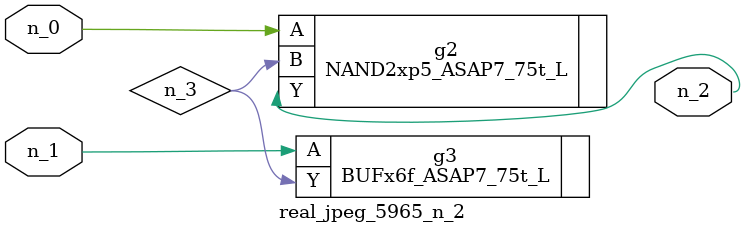
<source format=v>
module real_jpeg_5965_n_2 (n_1, n_0, n_2);

input n_1;
input n_0;

output n_2;

wire n_3;

NAND2xp5_ASAP7_75t_L g2 ( 
.A(n_0),
.B(n_3),
.Y(n_2)
);

BUFx6f_ASAP7_75t_L g3 ( 
.A(n_1),
.Y(n_3)
);


endmodule
</source>
